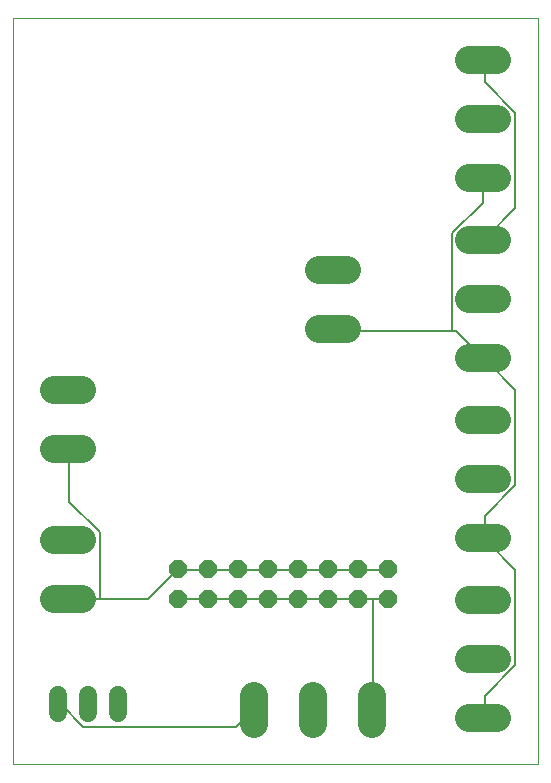
<source format=gtl>
G75*
%MOIN*%
%OFA0B0*%
%FSLAX25Y25*%
%IPPOS*%
%LPD*%
%AMOC8*
5,1,8,0,0,1.08239X$1,22.5*
%
%ADD10C,0.00000*%
%ADD11C,0.09370*%
%ADD12OC8,0.06000*%
%ADD13C,0.06000*%
%ADD14C,0.00600*%
D10*
X0003669Y0003669D02*
X0003669Y0252370D01*
X0178591Y0252370D01*
X0178591Y0003669D01*
X0003669Y0003669D01*
D11*
X0017213Y0058827D02*
X0026583Y0058827D01*
X0026583Y0078512D02*
X0017213Y0078512D01*
X0017213Y0108827D02*
X0026583Y0108827D01*
X0026583Y0128512D02*
X0017213Y0128512D01*
X0083984Y0026583D02*
X0083984Y0017213D01*
X0103669Y0017213D02*
X0103669Y0026583D01*
X0123354Y0026583D02*
X0123354Y0017213D01*
X0155756Y0018984D02*
X0165126Y0018984D01*
X0165126Y0038669D02*
X0155756Y0038669D01*
X0155756Y0058354D02*
X0165126Y0058354D01*
X0165126Y0078984D02*
X0155756Y0078984D01*
X0155756Y0098669D02*
X0165126Y0098669D01*
X0165126Y0118354D02*
X0155756Y0118354D01*
X0155756Y0138984D02*
X0165126Y0138984D01*
X0165126Y0158669D02*
X0155756Y0158669D01*
X0155756Y0178354D02*
X0165126Y0178354D01*
X0165126Y0198984D02*
X0155756Y0198984D01*
X0155756Y0218669D02*
X0165126Y0218669D01*
X0165126Y0238354D02*
X0155756Y0238354D01*
X0115126Y0168512D02*
X0105756Y0168512D01*
X0105756Y0148827D02*
X0115126Y0148827D01*
D12*
X0118669Y0068669D03*
X0118669Y0058669D03*
X0128669Y0058669D03*
X0128669Y0068669D03*
X0108669Y0068669D03*
X0108669Y0058669D03*
X0098669Y0058669D03*
X0098669Y0068669D03*
X0088669Y0068669D03*
X0088669Y0058669D03*
X0078669Y0058669D03*
X0078669Y0068669D03*
X0068669Y0068669D03*
X0068669Y0058669D03*
X0058669Y0058669D03*
X0058669Y0068669D03*
D13*
X0038669Y0026669D02*
X0038669Y0020669D01*
X0028669Y0020669D02*
X0028669Y0026669D01*
X0018669Y0026669D02*
X0018669Y0020669D01*
D14*
X0018669Y0023469D02*
X0018669Y0023669D01*
X0018669Y0023469D02*
X0019869Y0023469D01*
X0027069Y0016269D01*
X0078069Y0016269D01*
X0083469Y0021669D01*
X0083984Y0021898D01*
X0088669Y0058669D02*
X0088269Y0058869D01*
X0078669Y0058869D01*
X0078669Y0058669D01*
X0078669Y0058869D02*
X0069069Y0058869D01*
X0068669Y0058669D01*
X0058669Y0058669D01*
X0058869Y0068469D02*
X0058669Y0068669D01*
X0058269Y0068469D01*
X0048669Y0058869D01*
X0032469Y0058869D01*
X0032469Y0081069D01*
X0022269Y0091269D01*
X0022269Y0108669D01*
X0021898Y0108827D01*
X0022269Y0058869D02*
X0021898Y0058827D01*
X0022269Y0058869D02*
X0032469Y0058869D01*
X0058869Y0068469D02*
X0068469Y0068469D01*
X0068669Y0068669D01*
X0069069Y0068469D01*
X0078669Y0068469D01*
X0078669Y0068669D01*
X0078669Y0068469D02*
X0088269Y0068469D01*
X0088669Y0068669D01*
X0088869Y0068469D01*
X0098469Y0068469D01*
X0098669Y0068669D01*
X0099069Y0068469D01*
X0108669Y0068469D01*
X0108669Y0068669D01*
X0108669Y0068469D02*
X0118269Y0068469D01*
X0118669Y0068669D01*
X0118869Y0068469D01*
X0128469Y0068469D01*
X0128669Y0068669D01*
X0128469Y0058869D02*
X0123669Y0058869D01*
X0123669Y0022269D01*
X0123354Y0021898D01*
X0123669Y0058869D02*
X0118869Y0058869D01*
X0118669Y0058669D01*
X0118269Y0058869D01*
X0108669Y0058869D01*
X0108669Y0058669D01*
X0108669Y0058869D02*
X0099069Y0058869D01*
X0098669Y0058669D01*
X0098469Y0058869D01*
X0088869Y0058869D01*
X0088669Y0058669D01*
X0128469Y0058869D02*
X0128669Y0058669D01*
X0160441Y0078984D02*
X0160869Y0079269D01*
X0160869Y0086469D01*
X0171069Y0096669D01*
X0171069Y0128469D01*
X0160869Y0138669D01*
X0160441Y0138984D01*
X0160269Y0139269D01*
X0151269Y0148269D01*
X0150069Y0148269D01*
X0150069Y0180669D01*
X0160269Y0190869D01*
X0160269Y0198669D01*
X0160441Y0198984D01*
X0171069Y0189069D02*
X0160869Y0178869D01*
X0160441Y0178354D01*
X0171069Y0189069D02*
X0171069Y0220869D01*
X0160869Y0231069D01*
X0160869Y0238269D01*
X0160441Y0238354D01*
X0150069Y0148269D02*
X0110469Y0148269D01*
X0110441Y0148827D01*
X0160441Y0078984D02*
X0160869Y0078669D01*
X0171069Y0068469D01*
X0171069Y0036669D01*
X0160869Y0026469D01*
X0160869Y0019269D01*
X0160441Y0018984D01*
M02*

</source>
